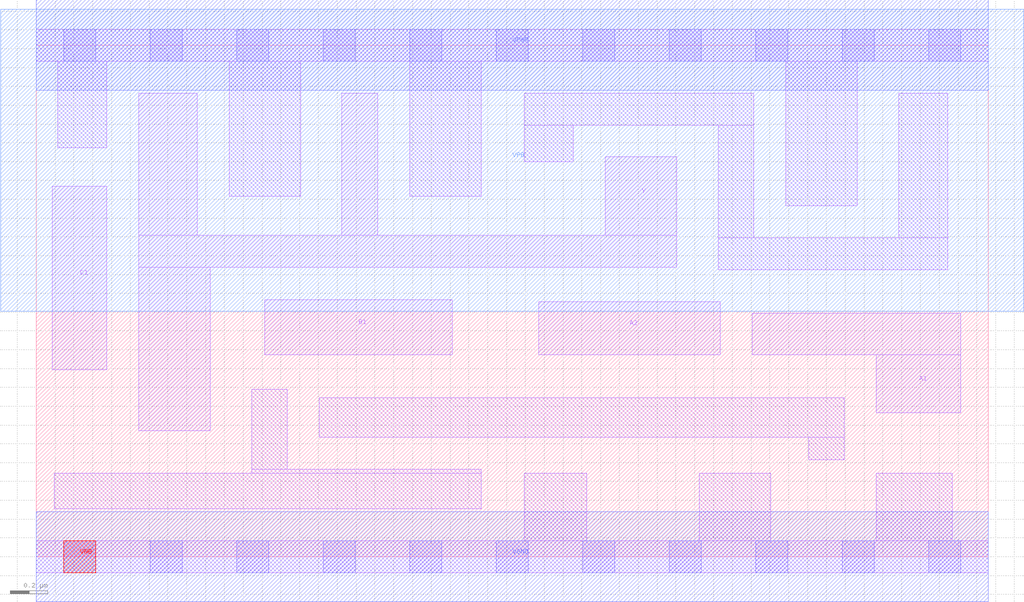
<source format=lef>
# Copyright 2020 The SkyWater PDK Authors
#
# Licensed under the Apache License, Version 2.0 (the "License");
# you may not use this file except in compliance with the License.
# You may obtain a copy of the License at
#
#     https://www.apache.org/licenses/LICENSE-2.0
#
# Unless required by applicable law or agreed to in writing, software
# distributed under the License is distributed on an "AS IS" BASIS,
# WITHOUT WARRANTIES OR CONDITIONS OF ANY KIND, either express or implied.
# See the License for the specific language governing permissions and
# limitations under the License.
#
# SPDX-License-Identifier: Apache-2.0

VERSION 5.7 ;
  NOWIREEXTENSIONATPIN ON ;
  DIVIDERCHAR "/" ;
  BUSBITCHARS "[]" ;
PROPERTYDEFINITIONS
  MACRO maskLayoutSubType STRING ;
  MACRO prCellType STRING ;
  MACRO originalViewName STRING ;
END PROPERTYDEFINITIONS
MACRO sky130_fd_sc_hdll__o211ai_2
  CLASS CORE ;
  FOREIGN sky130_fd_sc_hdll__o211ai_2 ;
  ORIGIN  0.000000  0.000000 ;
  SIZE  5.060000 BY  2.720000 ;
  SYMMETRY X Y R90 ;
  SITE unithd ;
  PIN A1
    ANTENNAGATEAREA  0.555000 ;
    DIRECTION INPUT ;
    USE SIGNAL ;
    PORT
      LAYER li1 ;
        RECT 3.805000 1.075000 4.915000 1.295000 ;
        RECT 4.465000 0.765000 4.915000 1.075000 ;
    END
  END A1
  PIN A2
    ANTENNAGATEAREA  0.555000 ;
    DIRECTION INPUT ;
    USE SIGNAL ;
    PORT
      LAYER li1 ;
        RECT 2.670000 1.075000 3.635000 1.355000 ;
    END
  END A2
  PIN B1
    ANTENNAGATEAREA  0.555000 ;
    DIRECTION INPUT ;
    USE SIGNAL ;
    PORT
      LAYER li1 ;
        RECT 1.215000 1.075000 2.210000 1.365000 ;
    END
  END B1
  PIN C1
    ANTENNAGATEAREA  0.555000 ;
    DIRECTION INPUT ;
    USE SIGNAL ;
    PORT
      LAYER li1 ;
        RECT 0.085000 0.995000 0.375000 1.970000 ;
    END
  END C1
  PIN VNB
    PORT
      LAYER pwell ;
        RECT 0.145000 -0.085000 0.315000 0.085000 ;
    END
  END VNB
  PIN VPB
    PORT
      LAYER nwell ;
        RECT -0.190000 1.305000 5.250000 2.910000 ;
    END
  END VPB
  PIN Y
    ANTENNADIFFAREA  1.114500 ;
    DIRECTION OUTPUT ;
    USE SIGNAL ;
    PORT
      LAYER li1 ;
        RECT 0.545000 0.670000 0.925000 1.540000 ;
        RECT 0.545000 1.540000 3.405000 1.710000 ;
        RECT 0.545000 1.710000 0.855000 2.465000 ;
        RECT 1.625000 1.710000 1.815000 2.465000 ;
        RECT 3.025000 1.710000 3.405000 2.125000 ;
    END
  END Y
  PIN VGND
    DIRECTION INOUT ;
    USE GROUND ;
    PORT
      LAYER met1 ;
        RECT 0.000000 -0.240000 5.060000 0.240000 ;
    END
  END VGND
  PIN VPWR
    DIRECTION INOUT ;
    USE POWER ;
    PORT
      LAYER met1 ;
        RECT 0.000000 2.480000 5.060000 2.960000 ;
    END
  END VPWR
  OBS
    LAYER li1 ;
      RECT 0.000000 -0.085000 5.060000 0.085000 ;
      RECT 0.000000  2.635000 5.060000 2.805000 ;
      RECT 0.095000  0.255000 2.365000 0.445000 ;
      RECT 0.115000  2.175000 0.375000 2.635000 ;
      RECT 1.025000  1.915000 1.405000 2.635000 ;
      RECT 1.145000  0.445000 2.365000 0.465000 ;
      RECT 1.145000  0.465000 1.335000 0.890000 ;
      RECT 1.505000  0.635000 4.295000 0.845000 ;
      RECT 1.985000  1.915000 2.365000 2.635000 ;
      RECT 2.595000  0.085000 2.925000 0.445000 ;
      RECT 2.595000  2.100000 2.855000 2.295000 ;
      RECT 2.595000  2.295000 3.815000 2.465000 ;
      RECT 3.525000  0.085000 3.905000 0.445000 ;
      RECT 3.625000  1.525000 4.845000 1.695000 ;
      RECT 3.625000  1.695000 3.815000 2.295000 ;
      RECT 3.985000  1.865000 4.365000 2.635000 ;
      RECT 4.105000  0.515000 4.295000 0.635000 ;
      RECT 4.465000  0.085000 4.870000 0.445000 ;
      RECT 4.585000  1.695000 4.845000 2.465000 ;
    LAYER mcon ;
      RECT 0.145000 -0.085000 0.315000 0.085000 ;
      RECT 0.145000  2.635000 0.315000 2.805000 ;
      RECT 0.605000 -0.085000 0.775000 0.085000 ;
      RECT 0.605000  2.635000 0.775000 2.805000 ;
      RECT 1.065000 -0.085000 1.235000 0.085000 ;
      RECT 1.065000  2.635000 1.235000 2.805000 ;
      RECT 1.525000 -0.085000 1.695000 0.085000 ;
      RECT 1.525000  2.635000 1.695000 2.805000 ;
      RECT 1.985000 -0.085000 2.155000 0.085000 ;
      RECT 1.985000  2.635000 2.155000 2.805000 ;
      RECT 2.445000 -0.085000 2.615000 0.085000 ;
      RECT 2.445000  2.635000 2.615000 2.805000 ;
      RECT 2.905000 -0.085000 3.075000 0.085000 ;
      RECT 2.905000  2.635000 3.075000 2.805000 ;
      RECT 3.365000 -0.085000 3.535000 0.085000 ;
      RECT 3.365000  2.635000 3.535000 2.805000 ;
      RECT 3.825000 -0.085000 3.995000 0.085000 ;
      RECT 3.825000  2.635000 3.995000 2.805000 ;
      RECT 4.285000 -0.085000 4.455000 0.085000 ;
      RECT 4.285000  2.635000 4.455000 2.805000 ;
      RECT 4.745000 -0.085000 4.915000 0.085000 ;
      RECT 4.745000  2.635000 4.915000 2.805000 ;
  END
  PROPERTY maskLayoutSubType "abstract" ;
  PROPERTY prCellType "standard" ;
  PROPERTY originalViewName "layout" ;
END sky130_fd_sc_hdll__o211ai_2
END LIBRARY

</source>
